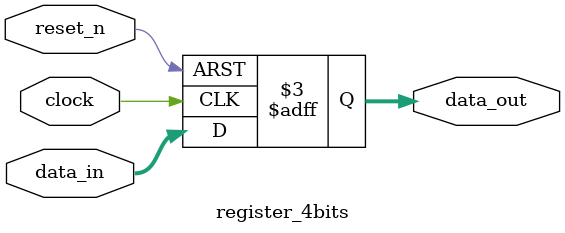
<source format=sv>






module register_4bits (
  input clock, 
  input reset_n, 
  input [3:0] data_in,
  output reg [3:0] data_out
);

  always @(posedge(clock) or negedge(reset_n)) 
    begin 
      if (reset_n == 1'b0) 
        data_out <= 4'b0000; 
      else 
        data_out <= data_in; 
    end 
endmodule

</source>
